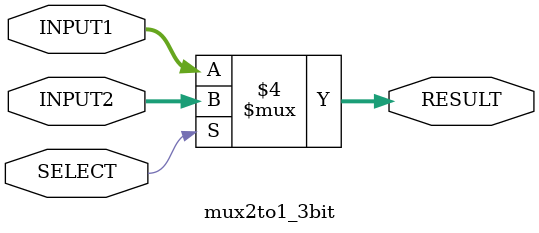
<source format=v>
`timescale 1ns/100ps

module mux2to1_3bit(INPUT1, INPUT2, RESULT, SELECT);
    input [2:0] INPUT1,INPUT2;
    input SELECT;
    output reg [2:0] RESULT;

    always@(*)
    begin
        if(SELECT == 1'b0)
            RESULT = INPUT1;
        else
            RESULT = INPUT2;
    end


endmodule
</source>
